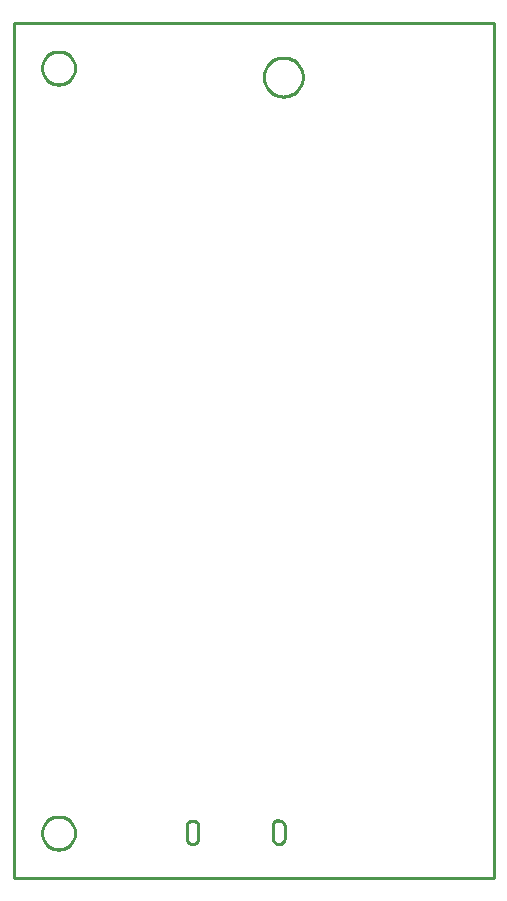
<source format=gbr>
G04 EAGLE Gerber RS-274X export*
G75*
%MOMM*%
%FSLAX34Y34*%
%LPD*%
%IN*%
%IPPOS*%
%AMOC8*
5,1,8,0,0,1.08239X$1,22.5*%
G01*
%ADD10C,0.254000*%


D10*
X25400Y12700D02*
X431800Y12700D01*
X431800Y736600D01*
X25400Y736600D01*
X25400Y12700D01*
X244860Y46410D02*
X244879Y45974D01*
X244936Y45542D01*
X245030Y45116D01*
X245162Y44700D01*
X245328Y44297D01*
X245530Y43910D01*
X245764Y43542D01*
X246030Y43196D01*
X246324Y42874D01*
X246646Y42580D01*
X246992Y42314D01*
X247360Y42080D01*
X247747Y41878D01*
X248150Y41712D01*
X248566Y41580D01*
X248992Y41486D01*
X249424Y41429D01*
X249860Y41410D01*
X250296Y41429D01*
X250728Y41486D01*
X251154Y41580D01*
X251570Y41712D01*
X251973Y41878D01*
X252360Y42080D01*
X252728Y42314D01*
X253074Y42580D01*
X253396Y42874D01*
X253690Y43196D01*
X253956Y43542D01*
X254190Y43910D01*
X254392Y44297D01*
X254558Y44700D01*
X254690Y45116D01*
X254784Y45542D01*
X254841Y45974D01*
X254860Y46410D01*
X254860Y56410D01*
X254841Y56846D01*
X254784Y57278D01*
X254690Y57704D01*
X254558Y58120D01*
X254392Y58523D01*
X254190Y58910D01*
X253956Y59278D01*
X253690Y59624D01*
X253396Y59946D01*
X253074Y60240D01*
X252728Y60506D01*
X252360Y60740D01*
X251973Y60942D01*
X251570Y61108D01*
X251154Y61240D01*
X250728Y61334D01*
X250296Y61391D01*
X249860Y61410D01*
X249508Y61482D01*
X249150Y61523D01*
X248791Y61533D01*
X248432Y61511D01*
X248076Y61458D01*
X247726Y61374D01*
X247385Y61260D01*
X247055Y61117D01*
X246739Y60946D01*
X246439Y60747D01*
X246157Y60523D01*
X245896Y60276D01*
X245657Y60007D01*
X245443Y59718D01*
X245255Y59411D01*
X245094Y59089D01*
X244962Y58755D01*
X244860Y58410D01*
X244860Y46410D01*
X171860Y46410D02*
X171879Y45974D01*
X171936Y45542D01*
X172030Y45116D01*
X172162Y44700D01*
X172328Y44297D01*
X172530Y43910D01*
X172764Y43542D01*
X173030Y43196D01*
X173324Y42874D01*
X173646Y42580D01*
X173992Y42314D01*
X174360Y42080D01*
X174747Y41878D01*
X175150Y41712D01*
X175566Y41580D01*
X175992Y41486D01*
X176424Y41429D01*
X176860Y41410D01*
X177296Y41429D01*
X177728Y41486D01*
X178154Y41580D01*
X178570Y41712D01*
X178973Y41878D01*
X179360Y42080D01*
X179728Y42314D01*
X180074Y42580D01*
X180396Y42874D01*
X180690Y43196D01*
X180956Y43542D01*
X181190Y43910D01*
X181392Y44297D01*
X181558Y44700D01*
X181690Y45116D01*
X181784Y45542D01*
X181841Y45974D01*
X181860Y46410D01*
X181860Y56410D01*
X181841Y56846D01*
X181784Y57278D01*
X181690Y57704D01*
X181558Y58120D01*
X181392Y58523D01*
X181190Y58910D01*
X180956Y59278D01*
X180690Y59624D01*
X180396Y59946D01*
X180074Y60240D01*
X179728Y60506D01*
X179360Y60740D01*
X178973Y60942D01*
X178570Y61108D01*
X178154Y61240D01*
X177728Y61334D01*
X177296Y61391D01*
X176860Y61410D01*
X176424Y61391D01*
X175992Y61334D01*
X175566Y61240D01*
X175150Y61108D01*
X174747Y60942D01*
X174360Y60740D01*
X173992Y60506D01*
X173646Y60240D01*
X173324Y59946D01*
X173030Y59624D01*
X172764Y59278D01*
X172530Y58910D01*
X172328Y58523D01*
X172162Y58120D01*
X172030Y57704D01*
X171936Y57278D01*
X171879Y56846D01*
X171860Y56410D01*
X171860Y46410D01*
X77500Y698000D02*
X77429Y697003D01*
X77286Y696013D01*
X77074Y695036D01*
X76792Y694076D01*
X76443Y693139D01*
X76027Y692229D01*
X75548Y691352D01*
X75007Y690510D01*
X74408Y689710D01*
X73753Y688954D01*
X73046Y688247D01*
X72290Y687592D01*
X71490Y686993D01*
X70648Y686452D01*
X69771Y685973D01*
X68861Y685557D01*
X67924Y685208D01*
X66965Y684926D01*
X65987Y684714D01*
X64998Y684571D01*
X64000Y684500D01*
X63000Y684500D01*
X62003Y684571D01*
X61013Y684714D01*
X60036Y684926D01*
X59076Y685208D01*
X58139Y685557D01*
X57229Y685973D01*
X56352Y686452D01*
X55510Y686993D01*
X54710Y687592D01*
X53954Y688247D01*
X53247Y688954D01*
X52592Y689710D01*
X51993Y690510D01*
X51452Y691352D01*
X50973Y692229D01*
X50557Y693139D01*
X50208Y694076D01*
X49926Y695036D01*
X49714Y696013D01*
X49571Y697003D01*
X49500Y698000D01*
X49500Y699000D01*
X49571Y699998D01*
X49714Y700987D01*
X49926Y701965D01*
X50208Y702924D01*
X50557Y703861D01*
X50973Y704771D01*
X51452Y705648D01*
X51993Y706490D01*
X52592Y707290D01*
X53247Y708046D01*
X53954Y708753D01*
X54710Y709408D01*
X55510Y710007D01*
X56352Y710548D01*
X57229Y711027D01*
X58139Y711443D01*
X59076Y711792D01*
X60036Y712074D01*
X61013Y712286D01*
X62003Y712429D01*
X63000Y712500D01*
X64000Y712500D01*
X64998Y712429D01*
X65987Y712286D01*
X66965Y712074D01*
X67924Y711792D01*
X68861Y711443D01*
X69771Y711027D01*
X70648Y710548D01*
X71490Y710007D01*
X72290Y709408D01*
X73046Y708753D01*
X73753Y708046D01*
X74408Y707290D01*
X75007Y706490D01*
X75548Y705648D01*
X76027Y704771D01*
X76443Y703861D01*
X76792Y702924D01*
X77074Y701965D01*
X77286Y700987D01*
X77429Y699998D01*
X77500Y699000D01*
X77500Y698000D01*
X77500Y50300D02*
X77429Y49303D01*
X77286Y48313D01*
X77074Y47336D01*
X76792Y46376D01*
X76443Y45439D01*
X76027Y44529D01*
X75548Y43652D01*
X75007Y42810D01*
X74408Y42010D01*
X73753Y41254D01*
X73046Y40547D01*
X72290Y39892D01*
X71490Y39293D01*
X70648Y38752D01*
X69771Y38273D01*
X68861Y37857D01*
X67924Y37508D01*
X66965Y37226D01*
X65987Y37014D01*
X64998Y36871D01*
X64000Y36800D01*
X63000Y36800D01*
X62003Y36871D01*
X61013Y37014D01*
X60036Y37226D01*
X59076Y37508D01*
X58139Y37857D01*
X57229Y38273D01*
X56352Y38752D01*
X55510Y39293D01*
X54710Y39892D01*
X53954Y40547D01*
X53247Y41254D01*
X52592Y42010D01*
X51993Y42810D01*
X51452Y43652D01*
X50973Y44529D01*
X50557Y45439D01*
X50208Y46376D01*
X49926Y47336D01*
X49714Y48313D01*
X49571Y49303D01*
X49500Y50300D01*
X49500Y51300D01*
X49571Y52298D01*
X49714Y53287D01*
X49926Y54265D01*
X50208Y55224D01*
X50557Y56161D01*
X50973Y57071D01*
X51452Y57948D01*
X51993Y58790D01*
X52592Y59590D01*
X53247Y60346D01*
X53954Y61053D01*
X54710Y61708D01*
X55510Y62307D01*
X56352Y62848D01*
X57229Y63327D01*
X58139Y63743D01*
X59076Y64092D01*
X60036Y64374D01*
X61013Y64586D01*
X62003Y64729D01*
X63000Y64800D01*
X64000Y64800D01*
X64998Y64729D01*
X65987Y64586D01*
X66965Y64374D01*
X67924Y64092D01*
X68861Y63743D01*
X69771Y63327D01*
X70648Y62848D01*
X71490Y62307D01*
X72290Y61708D01*
X73046Y61053D01*
X73753Y60346D01*
X74408Y59590D01*
X75007Y58790D01*
X75548Y57948D01*
X76027Y57071D01*
X76443Y56161D01*
X76792Y55224D01*
X77074Y54265D01*
X77286Y53287D01*
X77429Y52298D01*
X77500Y51300D01*
X77500Y50300D01*
X270256Y690340D02*
X270185Y689261D01*
X270044Y688189D01*
X269833Y687129D01*
X269554Y686085D01*
X269206Y685061D01*
X268792Y684063D01*
X268314Y683093D01*
X267774Y682157D01*
X267173Y681258D01*
X266515Y680401D01*
X265803Y679588D01*
X265038Y678824D01*
X264225Y678111D01*
X263368Y677453D01*
X262469Y676852D01*
X261533Y676312D01*
X260563Y675834D01*
X259565Y675420D01*
X258541Y675072D01*
X257497Y674793D01*
X256437Y674582D01*
X255365Y674441D01*
X254286Y674370D01*
X253206Y674370D01*
X252127Y674441D01*
X251055Y674582D01*
X249995Y674793D01*
X248951Y675072D01*
X247927Y675420D01*
X246929Y675834D01*
X245959Y676312D01*
X245023Y676852D01*
X244124Y677453D01*
X243267Y678111D01*
X242454Y678824D01*
X241690Y679588D01*
X240977Y680401D01*
X240319Y681258D01*
X239718Y682157D01*
X239178Y683093D01*
X238700Y684063D01*
X238286Y685061D01*
X237938Y686085D01*
X237659Y687129D01*
X237448Y688189D01*
X237307Y689261D01*
X237236Y690340D01*
X237236Y691420D01*
X237307Y692499D01*
X237448Y693571D01*
X237659Y694631D01*
X237938Y695675D01*
X238286Y696699D01*
X238700Y697697D01*
X239178Y698667D01*
X239718Y699603D01*
X240319Y700502D01*
X240977Y701359D01*
X241690Y702172D01*
X242454Y702937D01*
X243267Y703649D01*
X244124Y704307D01*
X245023Y704908D01*
X245959Y705448D01*
X246929Y705926D01*
X247927Y706340D01*
X248951Y706688D01*
X249995Y706967D01*
X251055Y707178D01*
X252127Y707319D01*
X253206Y707390D01*
X254286Y707390D01*
X255365Y707319D01*
X256437Y707178D01*
X257497Y706967D01*
X258541Y706688D01*
X259565Y706340D01*
X260563Y705926D01*
X261533Y705448D01*
X262469Y704908D01*
X263368Y704307D01*
X264225Y703649D01*
X265038Y702937D01*
X265803Y702172D01*
X266515Y701359D01*
X267173Y700502D01*
X267774Y699603D01*
X268314Y698667D01*
X268792Y697697D01*
X269206Y696699D01*
X269554Y695675D01*
X269833Y694631D01*
X270044Y693571D01*
X270185Y692499D01*
X270256Y691420D01*
X270256Y690340D01*
M02*

</source>
